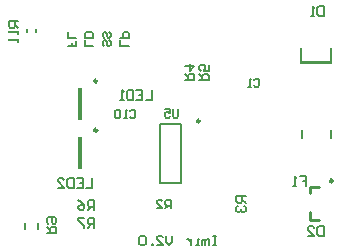
<source format=gbo>
G04 Layer_Color=32896*
%FSLAX25Y25*%
%MOIN*%
G70*
G01*
G75*
%ADD21C,0.01000*%
%ADD37C,0.00984*%
%ADD39C,0.00787*%
%ADD40C,0.00500*%
%ADD60R,0.01500X0.11000*%
%ADD61R,0.10000X0.01000*%
D21*
X-60740Y45709D02*
G03*
X-60740Y45709I-500J0D01*
G01*
Y29272D02*
G03*
X-60740Y29272I-500J0D01*
G01*
X17803Y12421D02*
G03*
X17803Y12421I-500J0D01*
G01*
X10303Y10421D02*
X13303D01*
X10303Y8421D02*
Y10421D01*
Y-579D02*
Y1921D01*
Y-579D02*
X13303D01*
D37*
X-26453Y32346D02*
G03*
X-26453Y32346I-492J0D01*
G01*
D39*
X7382Y26622D02*
Y29378D01*
X17224Y26622D02*
Y29378D01*
X-84665Y-3484D02*
Y-1516D01*
X-80335Y-3484D02*
Y-1516D01*
X-32850Y11658D02*
Y31343D01*
X-39937Y11658D02*
Y31343D01*
X-32850D01*
X-39937Y11658D02*
X-32850D01*
X-83976Y61910D02*
Y63090D01*
X-81024Y61910D02*
Y63090D01*
D40*
X7303Y51634D02*
Y56634D01*
Y51634D02*
X17303D01*
Y56634D01*
X-77500Y-5000D02*
X-74351D01*
Y-3426D01*
X-74876Y-2901D01*
X-75926D01*
X-76451Y-3426D01*
Y-5000D01*
Y-3951D02*
X-77500Y-2901D01*
X-76975Y-1851D02*
X-77500Y-1327D01*
Y-277D01*
X-76975Y248D01*
X-74876D01*
X-74351Y-277D01*
Y-1327D01*
X-74876Y-1851D01*
X-75401D01*
X-75926Y-1327D01*
Y248D01*
X-67777Y59159D02*
Y57323D01*
X-69154D01*
Y58241D01*
Y57323D01*
X-70531D01*
X-67777Y60078D02*
X-70531D01*
Y61914D01*
X-50221Y57429D02*
X-52976D01*
Y59266D01*
Y60184D02*
X-50221D01*
Y61562D01*
X-50681Y62021D01*
X-51599D01*
X-52058Y61562D01*
Y60184D01*
X-62032Y57382D02*
X-64787D01*
Y59219D01*
X-62032Y60137D02*
X-64787D01*
Y61514D01*
X-64328Y61974D01*
X-62492D01*
X-62032Y61514D01*
Y60137D01*
X-56633Y59219D02*
X-56174Y58759D01*
Y57841D01*
X-56633Y57382D01*
X-57092D01*
X-57552Y57841D01*
Y58759D01*
X-58011Y59219D01*
X-58470D01*
X-58929Y58759D01*
Y57841D01*
X-58470Y57382D01*
X-56633Y61974D02*
X-56174Y61514D01*
Y60596D01*
X-56633Y60137D01*
X-57092D01*
X-57552Y60596D01*
Y61514D01*
X-58011Y61974D01*
X-58470D01*
X-58929Y61514D01*
Y60596D01*
X-58470Y60137D01*
X-61827Y-3130D02*
Y19D01*
X-63401D01*
X-63926Y-506D01*
Y-1556D01*
X-63401Y-2080D01*
X-61827D01*
X-62876D02*
X-63926Y-3130D01*
X-64975Y19D02*
X-67074D01*
Y-506D01*
X-64975Y-2605D01*
Y-3130D01*
X-61827Y2776D02*
Y5924D01*
X-63401D01*
X-63926Y5399D01*
Y4350D01*
X-63401Y3825D01*
X-61827D01*
X-62876D02*
X-63926Y2776D01*
X-67074Y5924D02*
X-66025Y5399D01*
X-64975Y4350D01*
Y3300D01*
X-65500Y2776D01*
X-66550D01*
X-67074Y3300D01*
Y3825D01*
X-66550Y4350D01*
X-64975D01*
X-33650Y36255D02*
Y33959D01*
X-34109Y33500D01*
X-35028D01*
X-35487Y33959D01*
Y36255D01*
X-38242D02*
X-36405D01*
Y34877D01*
X-37323Y35337D01*
X-37783D01*
X-38242Y34877D01*
Y33959D01*
X-37783Y33500D01*
X-36864D01*
X-36405Y33959D01*
X-49860Y35583D02*
X-49401Y36042D01*
X-48483D01*
X-48024Y35583D01*
Y33747D01*
X-48483Y33287D01*
X-49401D01*
X-49860Y33747D01*
X-50779Y33287D02*
X-51697D01*
X-51238D01*
Y36042D01*
X-50779Y35583D01*
X-53075D02*
X-53534Y36042D01*
X-54452D01*
X-54911Y35583D01*
Y33747D01*
X-54452Y33287D01*
X-53534D01*
X-53075Y33747D01*
Y35583D01*
X-8514Y46052D02*
X-8055Y46511D01*
X-7136D01*
X-6677Y46052D01*
Y44215D01*
X-7136Y43756D01*
X-8055D01*
X-8514Y44215D01*
X-9432Y43756D02*
X-10351D01*
X-9891D01*
Y46511D01*
X-9432Y46052D01*
X-36236Y3268D02*
Y6023D01*
X-37614D01*
X-38073Y5564D01*
Y4645D01*
X-37614Y4186D01*
X-36236D01*
X-37155D02*
X-38073Y3268D01*
X-40828D02*
X-38991D01*
X-40828Y5104D01*
Y5564D01*
X-40369Y6023D01*
X-39450D01*
X-38991Y5564D01*
X-11260Y7244D02*
X-14408D01*
Y5670D01*
X-13884Y5145D01*
X-12834D01*
X-12309Y5670D01*
Y7244D01*
Y6195D02*
X-11260Y5145D01*
X-13884Y4095D02*
X-14408Y3571D01*
Y2521D01*
X-13884Y1996D01*
X-13359D01*
X-12834Y2521D01*
Y3046D01*
Y2521D01*
X-12309Y1996D01*
X-11785D01*
X-11260Y2521D01*
Y3571D01*
X-11785Y4095D01*
X-42500Y42649D02*
Y39500D01*
X-44599D01*
X-47748Y42649D02*
X-45649D01*
Y39500D01*
X-47748D01*
X-45649Y41074D02*
X-46698D01*
X-48797Y42649D02*
Y39500D01*
X-50371D01*
X-50896Y40025D01*
Y42124D01*
X-50371Y42649D01*
X-48797D01*
X-51946Y39500D02*
X-52995D01*
X-52470D01*
Y42649D01*
X-51946Y42124D01*
X-62319Y13306D02*
Y10158D01*
X-64418D01*
X-67567Y13306D02*
X-65468D01*
Y10158D01*
X-67567D01*
X-65468Y11732D02*
X-66517D01*
X-68616Y13306D02*
Y10158D01*
X-70190D01*
X-70715Y10682D01*
Y12781D01*
X-70190Y13306D01*
X-68616D01*
X-73864Y10158D02*
X-71765D01*
X-73864Y12257D01*
Y12781D01*
X-73339Y13306D01*
X-72289D01*
X-71765Y12781D01*
X-31500Y46000D02*
X-28351D01*
Y47574D01*
X-28876Y48099D01*
X-29926D01*
X-30450Y47574D01*
Y46000D01*
Y47049D02*
X-31500Y48099D01*
Y50723D02*
X-28351D01*
X-29926Y49149D01*
Y51248D01*
X-26732Y45943D02*
X-23583D01*
Y47518D01*
X-24108Y48042D01*
X-25158D01*
X-25682Y47518D01*
Y45943D01*
Y46993D02*
X-26732Y48042D01*
X-23583Y51191D02*
Y49092D01*
X-25158D01*
X-24633Y50141D01*
Y50666D01*
X-25158Y51191D01*
X-26207D01*
X-26732Y50666D01*
Y49617D01*
X-26207Y49092D01*
X14764Y70570D02*
Y67421D01*
X13190D01*
X12665Y67946D01*
Y70045D01*
X13190Y70570D01*
X14764D01*
X11615Y67421D02*
X10566D01*
X11090D01*
Y70570D01*
X11615Y70045D01*
X14764Y-2757D02*
Y-5906D01*
X13190D01*
X12665Y-5381D01*
Y-3282D01*
X13190Y-2757D01*
X14764D01*
X9516Y-5906D02*
X11615D01*
X9516Y-3807D01*
Y-3282D01*
X10041Y-2757D01*
X11090D01*
X11615Y-3282D01*
X6759Y13924D02*
X8858D01*
Y12350D01*
X7809D01*
X8858D01*
Y10776D01*
X5710D02*
X4660D01*
X5185D01*
Y13924D01*
X5710Y13399D01*
X-87000Y65563D02*
X-90149D01*
Y63989D01*
X-89624Y63464D01*
X-88574D01*
X-88050Y63989D01*
Y65563D01*
Y64513D02*
X-87000Y63464D01*
Y62414D02*
Y61365D01*
Y61890D01*
X-90149D01*
X-89624Y62414D01*
X-87000Y59791D02*
Y58741D01*
Y59266D01*
X-90149D01*
X-89624Y59791D01*
X-20980Y-5887D02*
X-22030D01*
X-21505D01*
Y-9035D01*
X-20980D01*
X-22030D01*
X-23604D02*
Y-6936D01*
X-24129D01*
X-24654Y-7461D01*
Y-9035D01*
Y-7461D01*
X-25178Y-6936D01*
X-25703Y-7461D01*
Y-9035D01*
X-26753D02*
X-27802D01*
X-27277D01*
Y-6936D01*
X-26753D01*
X-29377D02*
Y-9035D01*
Y-7986D01*
X-29901Y-7461D01*
X-30426Y-6936D01*
X-30951D01*
X-35674Y-5887D02*
Y-7986D01*
X-36723Y-9035D01*
X-37773Y-7986D01*
Y-5887D01*
X-40921Y-9035D02*
X-38822D01*
X-40921Y-6936D01*
Y-6412D01*
X-40397Y-5887D01*
X-39347D01*
X-38822Y-6412D01*
X-41971Y-9035D02*
Y-8511D01*
X-42496D01*
Y-9035D01*
X-41971D01*
X-44595Y-6412D02*
X-45120Y-5887D01*
X-46169D01*
X-46694Y-6412D01*
Y-8511D01*
X-46169Y-9035D01*
X-45120D01*
X-44595Y-8511D01*
Y-6412D01*
D60*
X-66490Y38209D02*
D03*
Y21772D02*
D03*
D61*
X12303Y52134D02*
D03*
M02*

</source>
